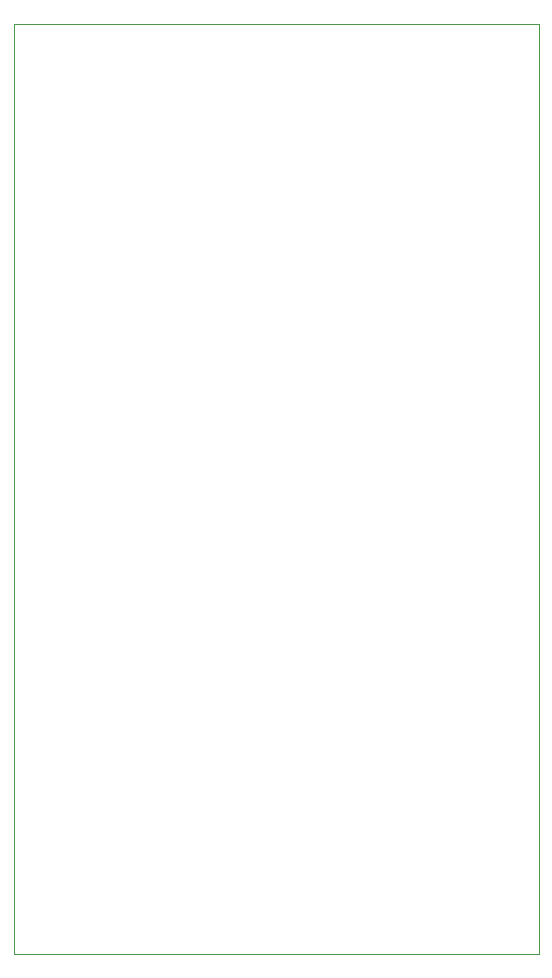
<source format=gm1>
G04 #@! TF.GenerationSoftware,KiCad,Pcbnew,(6.0.6)*
G04 #@! TF.CreationDate,2022-07-28T14:40:53+01:00*
G04 #@! TF.ProjectId,adapter-board,61646170-7465-4722-9d62-6f6172642e6b,rev?*
G04 #@! TF.SameCoordinates,Original*
G04 #@! TF.FileFunction,Profile,NP*
%FSLAX46Y46*%
G04 Gerber Fmt 4.6, Leading zero omitted, Abs format (unit mm)*
G04 Created by KiCad (PCBNEW (6.0.6)) date 2022-07-28 14:40:53*
%MOMM*%
%LPD*%
G01*
G04 APERTURE LIST*
G04 #@! TA.AperFunction,Profile*
%ADD10C,0.100000*%
G04 #@! TD*
G04 APERTURE END LIST*
D10*
X112699800Y-61950600D02*
X157149800Y-61950600D01*
X157149800Y-61950600D02*
X157149800Y-140690600D01*
X157149800Y-140690600D02*
X112699800Y-140690600D01*
X112699800Y-140690600D02*
X112699800Y-61950600D01*
M02*

</source>
